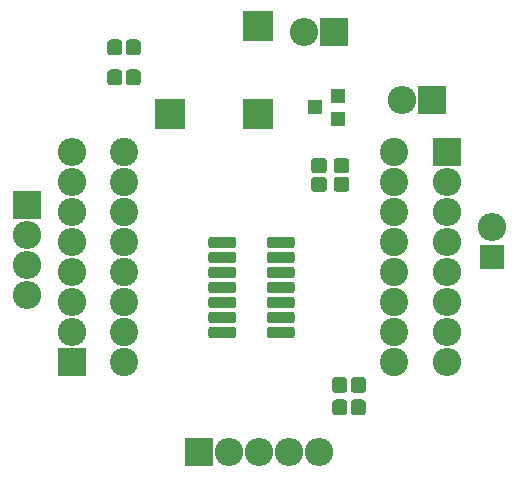
<source format=gbr>
G04 #@! TF.GenerationSoftware,KiCad,Pcbnew,(5.1.5)-3*
G04 #@! TF.CreationDate,2020-11-19T15:19:38-03:00*
G04 #@! TF.ProjectId,MainBoard_a,4d61696e-426f-4617-9264-5f612e6b6963,1*
G04 #@! TF.SameCoordinates,Original*
G04 #@! TF.FileFunction,Soldermask,Bot*
G04 #@! TF.FilePolarity,Negative*
%FSLAX46Y46*%
G04 Gerber Fmt 4.6, Leading zero omitted, Abs format (unit mm)*
G04 Created by KiCad (PCBNEW (5.1.5)-3) date 2020-11-19 15:19:38*
%MOMM*%
%LPD*%
G04 APERTURE LIST*
%ADD10R,2.595000X2.595000*%
%ADD11C,0.100000*%
%ADD12R,2.400000X2.400000*%
%ADD13O,2.400000X2.400000*%
%ADD14R,2.100000X2.100000*%
%ADD15R,1.300000X1.200000*%
%ADD16C,2.400000*%
G04 APERTURE END LIST*
D10*
X61705000Y-55135000D03*
X69105000Y-55135000D03*
X69105000Y-47735000D03*
D11*
G36*
X58922493Y-51396535D02*
G01*
X58953435Y-51401125D01*
X58983778Y-51408725D01*
X59013230Y-51419263D01*
X59041508Y-51432638D01*
X59068338Y-51448719D01*
X59093463Y-51467353D01*
X59116640Y-51488360D01*
X59137647Y-51511537D01*
X59156281Y-51536662D01*
X59172362Y-51563492D01*
X59185737Y-51591770D01*
X59196275Y-51621222D01*
X59203875Y-51651565D01*
X59208465Y-51682507D01*
X59210000Y-51713750D01*
X59210000Y-52426250D01*
X59208465Y-52457493D01*
X59203875Y-52488435D01*
X59196275Y-52518778D01*
X59185737Y-52548230D01*
X59172362Y-52576508D01*
X59156281Y-52603338D01*
X59137647Y-52628463D01*
X59116640Y-52651640D01*
X59093463Y-52672647D01*
X59068338Y-52691281D01*
X59041508Y-52707362D01*
X59013230Y-52720737D01*
X58983778Y-52731275D01*
X58953435Y-52738875D01*
X58922493Y-52743465D01*
X58891250Y-52745000D01*
X58253750Y-52745000D01*
X58222507Y-52743465D01*
X58191565Y-52738875D01*
X58161222Y-52731275D01*
X58131770Y-52720737D01*
X58103492Y-52707362D01*
X58076662Y-52691281D01*
X58051537Y-52672647D01*
X58028360Y-52651640D01*
X58007353Y-52628463D01*
X57988719Y-52603338D01*
X57972638Y-52576508D01*
X57959263Y-52548230D01*
X57948725Y-52518778D01*
X57941125Y-52488435D01*
X57936535Y-52457493D01*
X57935000Y-52426250D01*
X57935000Y-51713750D01*
X57936535Y-51682507D01*
X57941125Y-51651565D01*
X57948725Y-51621222D01*
X57959263Y-51591770D01*
X57972638Y-51563492D01*
X57988719Y-51536662D01*
X58007353Y-51511537D01*
X58028360Y-51488360D01*
X58051537Y-51467353D01*
X58076662Y-51448719D01*
X58103492Y-51432638D01*
X58131770Y-51419263D01*
X58161222Y-51408725D01*
X58191565Y-51401125D01*
X58222507Y-51396535D01*
X58253750Y-51395000D01*
X58891250Y-51395000D01*
X58922493Y-51396535D01*
G37*
G36*
X57347493Y-51396535D02*
G01*
X57378435Y-51401125D01*
X57408778Y-51408725D01*
X57438230Y-51419263D01*
X57466508Y-51432638D01*
X57493338Y-51448719D01*
X57518463Y-51467353D01*
X57541640Y-51488360D01*
X57562647Y-51511537D01*
X57581281Y-51536662D01*
X57597362Y-51563492D01*
X57610737Y-51591770D01*
X57621275Y-51621222D01*
X57628875Y-51651565D01*
X57633465Y-51682507D01*
X57635000Y-51713750D01*
X57635000Y-52426250D01*
X57633465Y-52457493D01*
X57628875Y-52488435D01*
X57621275Y-52518778D01*
X57610737Y-52548230D01*
X57597362Y-52576508D01*
X57581281Y-52603338D01*
X57562647Y-52628463D01*
X57541640Y-52651640D01*
X57518463Y-52672647D01*
X57493338Y-52691281D01*
X57466508Y-52707362D01*
X57438230Y-52720737D01*
X57408778Y-52731275D01*
X57378435Y-52738875D01*
X57347493Y-52743465D01*
X57316250Y-52745000D01*
X56678750Y-52745000D01*
X56647507Y-52743465D01*
X56616565Y-52738875D01*
X56586222Y-52731275D01*
X56556770Y-52720737D01*
X56528492Y-52707362D01*
X56501662Y-52691281D01*
X56476537Y-52672647D01*
X56453360Y-52651640D01*
X56432353Y-52628463D01*
X56413719Y-52603338D01*
X56397638Y-52576508D01*
X56384263Y-52548230D01*
X56373725Y-52518778D01*
X56366125Y-52488435D01*
X56361535Y-52457493D01*
X56360000Y-52426250D01*
X56360000Y-51713750D01*
X56361535Y-51682507D01*
X56366125Y-51651565D01*
X56373725Y-51621222D01*
X56384263Y-51591770D01*
X56397638Y-51563492D01*
X56413719Y-51536662D01*
X56432353Y-51511537D01*
X56453360Y-51488360D01*
X56476537Y-51467353D01*
X56501662Y-51448719D01*
X56528492Y-51432638D01*
X56556770Y-51419263D01*
X56586222Y-51408725D01*
X56616565Y-51401125D01*
X56647507Y-51396535D01*
X56678750Y-51395000D01*
X57316250Y-51395000D01*
X57347493Y-51396535D01*
G37*
D12*
X49530000Y-62865000D03*
D13*
X49530000Y-65405000D03*
X49530000Y-67945000D03*
X49530000Y-70485000D03*
X73025000Y-48260000D03*
D12*
X75565000Y-48260000D03*
D13*
X53340000Y-58420000D03*
X53340000Y-60960000D03*
X53340000Y-63500000D03*
X53340000Y-66040000D03*
X53340000Y-68580000D03*
X53340000Y-71120000D03*
X53340000Y-73660000D03*
D12*
X53340000Y-76200000D03*
D14*
X88900000Y-67310000D03*
D13*
X88900000Y-64770000D03*
D12*
X85090000Y-58420000D03*
D13*
X85090000Y-60960000D03*
X85090000Y-63500000D03*
X85090000Y-66040000D03*
X85090000Y-68580000D03*
X85090000Y-71120000D03*
X85090000Y-73660000D03*
X85090000Y-76200000D03*
D12*
X64135000Y-83820000D03*
D13*
X66675000Y-83820000D03*
X69215000Y-83820000D03*
X71755000Y-83820000D03*
X74295000Y-83820000D03*
D15*
X75930000Y-53660000D03*
X75930000Y-55560000D03*
X73930000Y-54610000D03*
D11*
G36*
X74682493Y-58901535D02*
G01*
X74713435Y-58906125D01*
X74743778Y-58913725D01*
X74773230Y-58924263D01*
X74801508Y-58937638D01*
X74828338Y-58953719D01*
X74853463Y-58972353D01*
X74876640Y-58993360D01*
X74897647Y-59016537D01*
X74916281Y-59041662D01*
X74932362Y-59068492D01*
X74945737Y-59096770D01*
X74956275Y-59126222D01*
X74963875Y-59156565D01*
X74968465Y-59187507D01*
X74970000Y-59218750D01*
X74970000Y-59856250D01*
X74968465Y-59887493D01*
X74963875Y-59918435D01*
X74956275Y-59948778D01*
X74945737Y-59978230D01*
X74932362Y-60006508D01*
X74916281Y-60033338D01*
X74897647Y-60058463D01*
X74876640Y-60081640D01*
X74853463Y-60102647D01*
X74828338Y-60121281D01*
X74801508Y-60137362D01*
X74773230Y-60150737D01*
X74743778Y-60161275D01*
X74713435Y-60168875D01*
X74682493Y-60173465D01*
X74651250Y-60175000D01*
X73938750Y-60175000D01*
X73907507Y-60173465D01*
X73876565Y-60168875D01*
X73846222Y-60161275D01*
X73816770Y-60150737D01*
X73788492Y-60137362D01*
X73761662Y-60121281D01*
X73736537Y-60102647D01*
X73713360Y-60081640D01*
X73692353Y-60058463D01*
X73673719Y-60033338D01*
X73657638Y-60006508D01*
X73644263Y-59978230D01*
X73633725Y-59948778D01*
X73626125Y-59918435D01*
X73621535Y-59887493D01*
X73620000Y-59856250D01*
X73620000Y-59218750D01*
X73621535Y-59187507D01*
X73626125Y-59156565D01*
X73633725Y-59126222D01*
X73644263Y-59096770D01*
X73657638Y-59068492D01*
X73673719Y-59041662D01*
X73692353Y-59016537D01*
X73713360Y-58993360D01*
X73736537Y-58972353D01*
X73761662Y-58953719D01*
X73788492Y-58937638D01*
X73816770Y-58924263D01*
X73846222Y-58913725D01*
X73876565Y-58906125D01*
X73907507Y-58901535D01*
X73938750Y-58900000D01*
X74651250Y-58900000D01*
X74682493Y-58901535D01*
G37*
G36*
X74682493Y-60476535D02*
G01*
X74713435Y-60481125D01*
X74743778Y-60488725D01*
X74773230Y-60499263D01*
X74801508Y-60512638D01*
X74828338Y-60528719D01*
X74853463Y-60547353D01*
X74876640Y-60568360D01*
X74897647Y-60591537D01*
X74916281Y-60616662D01*
X74932362Y-60643492D01*
X74945737Y-60671770D01*
X74956275Y-60701222D01*
X74963875Y-60731565D01*
X74968465Y-60762507D01*
X74970000Y-60793750D01*
X74970000Y-61431250D01*
X74968465Y-61462493D01*
X74963875Y-61493435D01*
X74956275Y-61523778D01*
X74945737Y-61553230D01*
X74932362Y-61581508D01*
X74916281Y-61608338D01*
X74897647Y-61633463D01*
X74876640Y-61656640D01*
X74853463Y-61677647D01*
X74828338Y-61696281D01*
X74801508Y-61712362D01*
X74773230Y-61725737D01*
X74743778Y-61736275D01*
X74713435Y-61743875D01*
X74682493Y-61748465D01*
X74651250Y-61750000D01*
X73938750Y-61750000D01*
X73907507Y-61748465D01*
X73876565Y-61743875D01*
X73846222Y-61736275D01*
X73816770Y-61725737D01*
X73788492Y-61712362D01*
X73761662Y-61696281D01*
X73736537Y-61677647D01*
X73713360Y-61656640D01*
X73692353Y-61633463D01*
X73673719Y-61608338D01*
X73657638Y-61581508D01*
X73644263Y-61553230D01*
X73633725Y-61523778D01*
X73626125Y-61493435D01*
X73621535Y-61462493D01*
X73620000Y-61431250D01*
X73620000Y-60793750D01*
X73621535Y-60762507D01*
X73626125Y-60731565D01*
X73633725Y-60701222D01*
X73644263Y-60671770D01*
X73657638Y-60643492D01*
X73673719Y-60616662D01*
X73692353Y-60591537D01*
X73713360Y-60568360D01*
X73736537Y-60547353D01*
X73761662Y-60528719D01*
X73788492Y-60512638D01*
X73816770Y-60499263D01*
X73846222Y-60488725D01*
X73876565Y-60481125D01*
X73907507Y-60476535D01*
X73938750Y-60475000D01*
X74651250Y-60475000D01*
X74682493Y-60476535D01*
G37*
G36*
X76587493Y-60476535D02*
G01*
X76618435Y-60481125D01*
X76648778Y-60488725D01*
X76678230Y-60499263D01*
X76706508Y-60512638D01*
X76733338Y-60528719D01*
X76758463Y-60547353D01*
X76781640Y-60568360D01*
X76802647Y-60591537D01*
X76821281Y-60616662D01*
X76837362Y-60643492D01*
X76850737Y-60671770D01*
X76861275Y-60701222D01*
X76868875Y-60731565D01*
X76873465Y-60762507D01*
X76875000Y-60793750D01*
X76875000Y-61431250D01*
X76873465Y-61462493D01*
X76868875Y-61493435D01*
X76861275Y-61523778D01*
X76850737Y-61553230D01*
X76837362Y-61581508D01*
X76821281Y-61608338D01*
X76802647Y-61633463D01*
X76781640Y-61656640D01*
X76758463Y-61677647D01*
X76733338Y-61696281D01*
X76706508Y-61712362D01*
X76678230Y-61725737D01*
X76648778Y-61736275D01*
X76618435Y-61743875D01*
X76587493Y-61748465D01*
X76556250Y-61750000D01*
X75843750Y-61750000D01*
X75812507Y-61748465D01*
X75781565Y-61743875D01*
X75751222Y-61736275D01*
X75721770Y-61725737D01*
X75693492Y-61712362D01*
X75666662Y-61696281D01*
X75641537Y-61677647D01*
X75618360Y-61656640D01*
X75597353Y-61633463D01*
X75578719Y-61608338D01*
X75562638Y-61581508D01*
X75549263Y-61553230D01*
X75538725Y-61523778D01*
X75531125Y-61493435D01*
X75526535Y-61462493D01*
X75525000Y-61431250D01*
X75525000Y-60793750D01*
X75526535Y-60762507D01*
X75531125Y-60731565D01*
X75538725Y-60701222D01*
X75549263Y-60671770D01*
X75562638Y-60643492D01*
X75578719Y-60616662D01*
X75597353Y-60591537D01*
X75618360Y-60568360D01*
X75641537Y-60547353D01*
X75666662Y-60528719D01*
X75693492Y-60512638D01*
X75721770Y-60499263D01*
X75751222Y-60488725D01*
X75781565Y-60481125D01*
X75812507Y-60476535D01*
X75843750Y-60475000D01*
X76556250Y-60475000D01*
X76587493Y-60476535D01*
G37*
G36*
X76587493Y-58901535D02*
G01*
X76618435Y-58906125D01*
X76648778Y-58913725D01*
X76678230Y-58924263D01*
X76706508Y-58937638D01*
X76733338Y-58953719D01*
X76758463Y-58972353D01*
X76781640Y-58993360D01*
X76802647Y-59016537D01*
X76821281Y-59041662D01*
X76837362Y-59068492D01*
X76850737Y-59096770D01*
X76861275Y-59126222D01*
X76868875Y-59156565D01*
X76873465Y-59187507D01*
X76875000Y-59218750D01*
X76875000Y-59856250D01*
X76873465Y-59887493D01*
X76868875Y-59918435D01*
X76861275Y-59948778D01*
X76850737Y-59978230D01*
X76837362Y-60006508D01*
X76821281Y-60033338D01*
X76802647Y-60058463D01*
X76781640Y-60081640D01*
X76758463Y-60102647D01*
X76733338Y-60121281D01*
X76706508Y-60137362D01*
X76678230Y-60150737D01*
X76648778Y-60161275D01*
X76618435Y-60168875D01*
X76587493Y-60173465D01*
X76556250Y-60175000D01*
X75843750Y-60175000D01*
X75812507Y-60173465D01*
X75781565Y-60168875D01*
X75751222Y-60161275D01*
X75721770Y-60150737D01*
X75693492Y-60137362D01*
X75666662Y-60121281D01*
X75641537Y-60102647D01*
X75618360Y-60081640D01*
X75597353Y-60058463D01*
X75578719Y-60033338D01*
X75562638Y-60006508D01*
X75549263Y-59978230D01*
X75538725Y-59948778D01*
X75531125Y-59918435D01*
X75526535Y-59887493D01*
X75525000Y-59856250D01*
X75525000Y-59218750D01*
X75526535Y-59187507D01*
X75531125Y-59156565D01*
X75538725Y-59126222D01*
X75549263Y-59096770D01*
X75562638Y-59068492D01*
X75578719Y-59041662D01*
X75597353Y-59016537D01*
X75618360Y-58993360D01*
X75641537Y-58972353D01*
X75666662Y-58953719D01*
X75693492Y-58937638D01*
X75721770Y-58924263D01*
X75751222Y-58913725D01*
X75781565Y-58906125D01*
X75812507Y-58901535D01*
X75843750Y-58900000D01*
X76556250Y-58900000D01*
X76587493Y-58901535D01*
G37*
G36*
X58922493Y-48856535D02*
G01*
X58953435Y-48861125D01*
X58983778Y-48868725D01*
X59013230Y-48879263D01*
X59041508Y-48892638D01*
X59068338Y-48908719D01*
X59093463Y-48927353D01*
X59116640Y-48948360D01*
X59137647Y-48971537D01*
X59156281Y-48996662D01*
X59172362Y-49023492D01*
X59185737Y-49051770D01*
X59196275Y-49081222D01*
X59203875Y-49111565D01*
X59208465Y-49142507D01*
X59210000Y-49173750D01*
X59210000Y-49886250D01*
X59208465Y-49917493D01*
X59203875Y-49948435D01*
X59196275Y-49978778D01*
X59185737Y-50008230D01*
X59172362Y-50036508D01*
X59156281Y-50063338D01*
X59137647Y-50088463D01*
X59116640Y-50111640D01*
X59093463Y-50132647D01*
X59068338Y-50151281D01*
X59041508Y-50167362D01*
X59013230Y-50180737D01*
X58983778Y-50191275D01*
X58953435Y-50198875D01*
X58922493Y-50203465D01*
X58891250Y-50205000D01*
X58253750Y-50205000D01*
X58222507Y-50203465D01*
X58191565Y-50198875D01*
X58161222Y-50191275D01*
X58131770Y-50180737D01*
X58103492Y-50167362D01*
X58076662Y-50151281D01*
X58051537Y-50132647D01*
X58028360Y-50111640D01*
X58007353Y-50088463D01*
X57988719Y-50063338D01*
X57972638Y-50036508D01*
X57959263Y-50008230D01*
X57948725Y-49978778D01*
X57941125Y-49948435D01*
X57936535Y-49917493D01*
X57935000Y-49886250D01*
X57935000Y-49173750D01*
X57936535Y-49142507D01*
X57941125Y-49111565D01*
X57948725Y-49081222D01*
X57959263Y-49051770D01*
X57972638Y-49023492D01*
X57988719Y-48996662D01*
X58007353Y-48971537D01*
X58028360Y-48948360D01*
X58051537Y-48927353D01*
X58076662Y-48908719D01*
X58103492Y-48892638D01*
X58131770Y-48879263D01*
X58161222Y-48868725D01*
X58191565Y-48861125D01*
X58222507Y-48856535D01*
X58253750Y-48855000D01*
X58891250Y-48855000D01*
X58922493Y-48856535D01*
G37*
G36*
X57347493Y-48856535D02*
G01*
X57378435Y-48861125D01*
X57408778Y-48868725D01*
X57438230Y-48879263D01*
X57466508Y-48892638D01*
X57493338Y-48908719D01*
X57518463Y-48927353D01*
X57541640Y-48948360D01*
X57562647Y-48971537D01*
X57581281Y-48996662D01*
X57597362Y-49023492D01*
X57610737Y-49051770D01*
X57621275Y-49081222D01*
X57628875Y-49111565D01*
X57633465Y-49142507D01*
X57635000Y-49173750D01*
X57635000Y-49886250D01*
X57633465Y-49917493D01*
X57628875Y-49948435D01*
X57621275Y-49978778D01*
X57610737Y-50008230D01*
X57597362Y-50036508D01*
X57581281Y-50063338D01*
X57562647Y-50088463D01*
X57541640Y-50111640D01*
X57518463Y-50132647D01*
X57493338Y-50151281D01*
X57466508Y-50167362D01*
X57438230Y-50180737D01*
X57408778Y-50191275D01*
X57378435Y-50198875D01*
X57347493Y-50203465D01*
X57316250Y-50205000D01*
X56678750Y-50205000D01*
X56647507Y-50203465D01*
X56616565Y-50198875D01*
X56586222Y-50191275D01*
X56556770Y-50180737D01*
X56528492Y-50167362D01*
X56501662Y-50151281D01*
X56476537Y-50132647D01*
X56453360Y-50111640D01*
X56432353Y-50088463D01*
X56413719Y-50063338D01*
X56397638Y-50036508D01*
X56384263Y-50008230D01*
X56373725Y-49978778D01*
X56366125Y-49948435D01*
X56361535Y-49917493D01*
X56360000Y-49886250D01*
X56360000Y-49173750D01*
X56361535Y-49142507D01*
X56366125Y-49111565D01*
X56373725Y-49081222D01*
X56384263Y-49051770D01*
X56397638Y-49023492D01*
X56413719Y-48996662D01*
X56432353Y-48971537D01*
X56453360Y-48948360D01*
X56476537Y-48927353D01*
X56501662Y-48908719D01*
X56528492Y-48892638D01*
X56556770Y-48879263D01*
X56586222Y-48868725D01*
X56616565Y-48861125D01*
X56647507Y-48856535D01*
X56678750Y-48855000D01*
X57316250Y-48855000D01*
X57347493Y-48856535D01*
G37*
G36*
X77972493Y-77431535D02*
G01*
X78003435Y-77436125D01*
X78033778Y-77443725D01*
X78063230Y-77454263D01*
X78091508Y-77467638D01*
X78118338Y-77483719D01*
X78143463Y-77502353D01*
X78166640Y-77523360D01*
X78187647Y-77546537D01*
X78206281Y-77571662D01*
X78222362Y-77598492D01*
X78235737Y-77626770D01*
X78246275Y-77656222D01*
X78253875Y-77686565D01*
X78258465Y-77717507D01*
X78260000Y-77748750D01*
X78260000Y-78461250D01*
X78258465Y-78492493D01*
X78253875Y-78523435D01*
X78246275Y-78553778D01*
X78235737Y-78583230D01*
X78222362Y-78611508D01*
X78206281Y-78638338D01*
X78187647Y-78663463D01*
X78166640Y-78686640D01*
X78143463Y-78707647D01*
X78118338Y-78726281D01*
X78091508Y-78742362D01*
X78063230Y-78755737D01*
X78033778Y-78766275D01*
X78003435Y-78773875D01*
X77972493Y-78778465D01*
X77941250Y-78780000D01*
X77303750Y-78780000D01*
X77272507Y-78778465D01*
X77241565Y-78773875D01*
X77211222Y-78766275D01*
X77181770Y-78755737D01*
X77153492Y-78742362D01*
X77126662Y-78726281D01*
X77101537Y-78707647D01*
X77078360Y-78686640D01*
X77057353Y-78663463D01*
X77038719Y-78638338D01*
X77022638Y-78611508D01*
X77009263Y-78583230D01*
X76998725Y-78553778D01*
X76991125Y-78523435D01*
X76986535Y-78492493D01*
X76985000Y-78461250D01*
X76985000Y-77748750D01*
X76986535Y-77717507D01*
X76991125Y-77686565D01*
X76998725Y-77656222D01*
X77009263Y-77626770D01*
X77022638Y-77598492D01*
X77038719Y-77571662D01*
X77057353Y-77546537D01*
X77078360Y-77523360D01*
X77101537Y-77502353D01*
X77126662Y-77483719D01*
X77153492Y-77467638D01*
X77181770Y-77454263D01*
X77211222Y-77443725D01*
X77241565Y-77436125D01*
X77272507Y-77431535D01*
X77303750Y-77430000D01*
X77941250Y-77430000D01*
X77972493Y-77431535D01*
G37*
G36*
X76397493Y-77431535D02*
G01*
X76428435Y-77436125D01*
X76458778Y-77443725D01*
X76488230Y-77454263D01*
X76516508Y-77467638D01*
X76543338Y-77483719D01*
X76568463Y-77502353D01*
X76591640Y-77523360D01*
X76612647Y-77546537D01*
X76631281Y-77571662D01*
X76647362Y-77598492D01*
X76660737Y-77626770D01*
X76671275Y-77656222D01*
X76678875Y-77686565D01*
X76683465Y-77717507D01*
X76685000Y-77748750D01*
X76685000Y-78461250D01*
X76683465Y-78492493D01*
X76678875Y-78523435D01*
X76671275Y-78553778D01*
X76660737Y-78583230D01*
X76647362Y-78611508D01*
X76631281Y-78638338D01*
X76612647Y-78663463D01*
X76591640Y-78686640D01*
X76568463Y-78707647D01*
X76543338Y-78726281D01*
X76516508Y-78742362D01*
X76488230Y-78755737D01*
X76458778Y-78766275D01*
X76428435Y-78773875D01*
X76397493Y-78778465D01*
X76366250Y-78780000D01*
X75728750Y-78780000D01*
X75697507Y-78778465D01*
X75666565Y-78773875D01*
X75636222Y-78766275D01*
X75606770Y-78755737D01*
X75578492Y-78742362D01*
X75551662Y-78726281D01*
X75526537Y-78707647D01*
X75503360Y-78686640D01*
X75482353Y-78663463D01*
X75463719Y-78638338D01*
X75447638Y-78611508D01*
X75434263Y-78583230D01*
X75423725Y-78553778D01*
X75416125Y-78523435D01*
X75411535Y-78492493D01*
X75410000Y-78461250D01*
X75410000Y-77748750D01*
X75411535Y-77717507D01*
X75416125Y-77686565D01*
X75423725Y-77656222D01*
X75434263Y-77626770D01*
X75447638Y-77598492D01*
X75463719Y-77571662D01*
X75482353Y-77546537D01*
X75503360Y-77523360D01*
X75526537Y-77502353D01*
X75551662Y-77483719D01*
X75578492Y-77467638D01*
X75606770Y-77454263D01*
X75636222Y-77443725D01*
X75666565Y-77436125D01*
X75697507Y-77431535D01*
X75728750Y-77430000D01*
X76366250Y-77430000D01*
X76397493Y-77431535D01*
G37*
G36*
X76397493Y-79336535D02*
G01*
X76428435Y-79341125D01*
X76458778Y-79348725D01*
X76488230Y-79359263D01*
X76516508Y-79372638D01*
X76543338Y-79388719D01*
X76568463Y-79407353D01*
X76591640Y-79428360D01*
X76612647Y-79451537D01*
X76631281Y-79476662D01*
X76647362Y-79503492D01*
X76660737Y-79531770D01*
X76671275Y-79561222D01*
X76678875Y-79591565D01*
X76683465Y-79622507D01*
X76685000Y-79653750D01*
X76685000Y-80366250D01*
X76683465Y-80397493D01*
X76678875Y-80428435D01*
X76671275Y-80458778D01*
X76660737Y-80488230D01*
X76647362Y-80516508D01*
X76631281Y-80543338D01*
X76612647Y-80568463D01*
X76591640Y-80591640D01*
X76568463Y-80612647D01*
X76543338Y-80631281D01*
X76516508Y-80647362D01*
X76488230Y-80660737D01*
X76458778Y-80671275D01*
X76428435Y-80678875D01*
X76397493Y-80683465D01*
X76366250Y-80685000D01*
X75728750Y-80685000D01*
X75697507Y-80683465D01*
X75666565Y-80678875D01*
X75636222Y-80671275D01*
X75606770Y-80660737D01*
X75578492Y-80647362D01*
X75551662Y-80631281D01*
X75526537Y-80612647D01*
X75503360Y-80591640D01*
X75482353Y-80568463D01*
X75463719Y-80543338D01*
X75447638Y-80516508D01*
X75434263Y-80488230D01*
X75423725Y-80458778D01*
X75416125Y-80428435D01*
X75411535Y-80397493D01*
X75410000Y-80366250D01*
X75410000Y-79653750D01*
X75411535Y-79622507D01*
X75416125Y-79591565D01*
X75423725Y-79561222D01*
X75434263Y-79531770D01*
X75447638Y-79503492D01*
X75463719Y-79476662D01*
X75482353Y-79451537D01*
X75503360Y-79428360D01*
X75526537Y-79407353D01*
X75551662Y-79388719D01*
X75578492Y-79372638D01*
X75606770Y-79359263D01*
X75636222Y-79348725D01*
X75666565Y-79341125D01*
X75697507Y-79336535D01*
X75728750Y-79335000D01*
X76366250Y-79335000D01*
X76397493Y-79336535D01*
G37*
G36*
X77972493Y-79336535D02*
G01*
X78003435Y-79341125D01*
X78033778Y-79348725D01*
X78063230Y-79359263D01*
X78091508Y-79372638D01*
X78118338Y-79388719D01*
X78143463Y-79407353D01*
X78166640Y-79428360D01*
X78187647Y-79451537D01*
X78206281Y-79476662D01*
X78222362Y-79503492D01*
X78235737Y-79531770D01*
X78246275Y-79561222D01*
X78253875Y-79591565D01*
X78258465Y-79622507D01*
X78260000Y-79653750D01*
X78260000Y-80366250D01*
X78258465Y-80397493D01*
X78253875Y-80428435D01*
X78246275Y-80458778D01*
X78235737Y-80488230D01*
X78222362Y-80516508D01*
X78206281Y-80543338D01*
X78187647Y-80568463D01*
X78166640Y-80591640D01*
X78143463Y-80612647D01*
X78118338Y-80631281D01*
X78091508Y-80647362D01*
X78063230Y-80660737D01*
X78033778Y-80671275D01*
X78003435Y-80678875D01*
X77972493Y-80683465D01*
X77941250Y-80685000D01*
X77303750Y-80685000D01*
X77272507Y-80683465D01*
X77241565Y-80678875D01*
X77211222Y-80671275D01*
X77181770Y-80660737D01*
X77153492Y-80647362D01*
X77126662Y-80631281D01*
X77101537Y-80612647D01*
X77078360Y-80591640D01*
X77057353Y-80568463D01*
X77038719Y-80543338D01*
X77022638Y-80516508D01*
X77009263Y-80488230D01*
X76998725Y-80458778D01*
X76991125Y-80428435D01*
X76986535Y-80397493D01*
X76985000Y-80366250D01*
X76985000Y-79653750D01*
X76986535Y-79622507D01*
X76991125Y-79591565D01*
X76998725Y-79561222D01*
X77009263Y-79531770D01*
X77022638Y-79503492D01*
X77038719Y-79476662D01*
X77057353Y-79451537D01*
X77078360Y-79428360D01*
X77101537Y-79407353D01*
X77126662Y-79388719D01*
X77153492Y-79372638D01*
X77181770Y-79359263D01*
X77211222Y-79348725D01*
X77241565Y-79341125D01*
X77272507Y-79336535D01*
X77303750Y-79335000D01*
X77941250Y-79335000D01*
X77972493Y-79336535D01*
G37*
D16*
X80645000Y-58420000D03*
X57785000Y-58420000D03*
X80645000Y-60960000D03*
X57785000Y-60960000D03*
X80645000Y-63500000D03*
X57785000Y-63500000D03*
X80645000Y-66040000D03*
X57785000Y-66040000D03*
X80645000Y-68580000D03*
X57785000Y-68580000D03*
X80645000Y-71120000D03*
X57785000Y-71120000D03*
X80645000Y-73660000D03*
X57785000Y-73660000D03*
X80645000Y-76200000D03*
X57785000Y-76200000D03*
D11*
G36*
X72004504Y-65541204D02*
G01*
X72028773Y-65544804D01*
X72052571Y-65550765D01*
X72075671Y-65559030D01*
X72097849Y-65569520D01*
X72118893Y-65582133D01*
X72138598Y-65596747D01*
X72156777Y-65613223D01*
X72173253Y-65631402D01*
X72187867Y-65651107D01*
X72200480Y-65672151D01*
X72210970Y-65694329D01*
X72219235Y-65717429D01*
X72225196Y-65741227D01*
X72228796Y-65765496D01*
X72230000Y-65790000D01*
X72230000Y-66290000D01*
X72228796Y-66314504D01*
X72225196Y-66338773D01*
X72219235Y-66362571D01*
X72210970Y-66385671D01*
X72200480Y-66407849D01*
X72187867Y-66428893D01*
X72173253Y-66448598D01*
X72156777Y-66466777D01*
X72138598Y-66483253D01*
X72118893Y-66497867D01*
X72097849Y-66510480D01*
X72075671Y-66520970D01*
X72052571Y-66529235D01*
X72028773Y-66535196D01*
X72004504Y-66538796D01*
X71980000Y-66540000D01*
X70130000Y-66540000D01*
X70105496Y-66538796D01*
X70081227Y-66535196D01*
X70057429Y-66529235D01*
X70034329Y-66520970D01*
X70012151Y-66510480D01*
X69991107Y-66497867D01*
X69971402Y-66483253D01*
X69953223Y-66466777D01*
X69936747Y-66448598D01*
X69922133Y-66428893D01*
X69909520Y-66407849D01*
X69899030Y-66385671D01*
X69890765Y-66362571D01*
X69884804Y-66338773D01*
X69881204Y-66314504D01*
X69880000Y-66290000D01*
X69880000Y-65790000D01*
X69881204Y-65765496D01*
X69884804Y-65741227D01*
X69890765Y-65717429D01*
X69899030Y-65694329D01*
X69909520Y-65672151D01*
X69922133Y-65651107D01*
X69936747Y-65631402D01*
X69953223Y-65613223D01*
X69971402Y-65596747D01*
X69991107Y-65582133D01*
X70012151Y-65569520D01*
X70034329Y-65559030D01*
X70057429Y-65550765D01*
X70081227Y-65544804D01*
X70105496Y-65541204D01*
X70130000Y-65540000D01*
X71980000Y-65540000D01*
X72004504Y-65541204D01*
G37*
G36*
X72004504Y-66811204D02*
G01*
X72028773Y-66814804D01*
X72052571Y-66820765D01*
X72075671Y-66829030D01*
X72097849Y-66839520D01*
X72118893Y-66852133D01*
X72138598Y-66866747D01*
X72156777Y-66883223D01*
X72173253Y-66901402D01*
X72187867Y-66921107D01*
X72200480Y-66942151D01*
X72210970Y-66964329D01*
X72219235Y-66987429D01*
X72225196Y-67011227D01*
X72228796Y-67035496D01*
X72230000Y-67060000D01*
X72230000Y-67560000D01*
X72228796Y-67584504D01*
X72225196Y-67608773D01*
X72219235Y-67632571D01*
X72210970Y-67655671D01*
X72200480Y-67677849D01*
X72187867Y-67698893D01*
X72173253Y-67718598D01*
X72156777Y-67736777D01*
X72138598Y-67753253D01*
X72118893Y-67767867D01*
X72097849Y-67780480D01*
X72075671Y-67790970D01*
X72052571Y-67799235D01*
X72028773Y-67805196D01*
X72004504Y-67808796D01*
X71980000Y-67810000D01*
X70130000Y-67810000D01*
X70105496Y-67808796D01*
X70081227Y-67805196D01*
X70057429Y-67799235D01*
X70034329Y-67790970D01*
X70012151Y-67780480D01*
X69991107Y-67767867D01*
X69971402Y-67753253D01*
X69953223Y-67736777D01*
X69936747Y-67718598D01*
X69922133Y-67698893D01*
X69909520Y-67677849D01*
X69899030Y-67655671D01*
X69890765Y-67632571D01*
X69884804Y-67608773D01*
X69881204Y-67584504D01*
X69880000Y-67560000D01*
X69880000Y-67060000D01*
X69881204Y-67035496D01*
X69884804Y-67011227D01*
X69890765Y-66987429D01*
X69899030Y-66964329D01*
X69909520Y-66942151D01*
X69922133Y-66921107D01*
X69936747Y-66901402D01*
X69953223Y-66883223D01*
X69971402Y-66866747D01*
X69991107Y-66852133D01*
X70012151Y-66839520D01*
X70034329Y-66829030D01*
X70057429Y-66820765D01*
X70081227Y-66814804D01*
X70105496Y-66811204D01*
X70130000Y-66810000D01*
X71980000Y-66810000D01*
X72004504Y-66811204D01*
G37*
G36*
X72004504Y-68081204D02*
G01*
X72028773Y-68084804D01*
X72052571Y-68090765D01*
X72075671Y-68099030D01*
X72097849Y-68109520D01*
X72118893Y-68122133D01*
X72138598Y-68136747D01*
X72156777Y-68153223D01*
X72173253Y-68171402D01*
X72187867Y-68191107D01*
X72200480Y-68212151D01*
X72210970Y-68234329D01*
X72219235Y-68257429D01*
X72225196Y-68281227D01*
X72228796Y-68305496D01*
X72230000Y-68330000D01*
X72230000Y-68830000D01*
X72228796Y-68854504D01*
X72225196Y-68878773D01*
X72219235Y-68902571D01*
X72210970Y-68925671D01*
X72200480Y-68947849D01*
X72187867Y-68968893D01*
X72173253Y-68988598D01*
X72156777Y-69006777D01*
X72138598Y-69023253D01*
X72118893Y-69037867D01*
X72097849Y-69050480D01*
X72075671Y-69060970D01*
X72052571Y-69069235D01*
X72028773Y-69075196D01*
X72004504Y-69078796D01*
X71980000Y-69080000D01*
X70130000Y-69080000D01*
X70105496Y-69078796D01*
X70081227Y-69075196D01*
X70057429Y-69069235D01*
X70034329Y-69060970D01*
X70012151Y-69050480D01*
X69991107Y-69037867D01*
X69971402Y-69023253D01*
X69953223Y-69006777D01*
X69936747Y-68988598D01*
X69922133Y-68968893D01*
X69909520Y-68947849D01*
X69899030Y-68925671D01*
X69890765Y-68902571D01*
X69884804Y-68878773D01*
X69881204Y-68854504D01*
X69880000Y-68830000D01*
X69880000Y-68330000D01*
X69881204Y-68305496D01*
X69884804Y-68281227D01*
X69890765Y-68257429D01*
X69899030Y-68234329D01*
X69909520Y-68212151D01*
X69922133Y-68191107D01*
X69936747Y-68171402D01*
X69953223Y-68153223D01*
X69971402Y-68136747D01*
X69991107Y-68122133D01*
X70012151Y-68109520D01*
X70034329Y-68099030D01*
X70057429Y-68090765D01*
X70081227Y-68084804D01*
X70105496Y-68081204D01*
X70130000Y-68080000D01*
X71980000Y-68080000D01*
X72004504Y-68081204D01*
G37*
G36*
X72004504Y-69351204D02*
G01*
X72028773Y-69354804D01*
X72052571Y-69360765D01*
X72075671Y-69369030D01*
X72097849Y-69379520D01*
X72118893Y-69392133D01*
X72138598Y-69406747D01*
X72156777Y-69423223D01*
X72173253Y-69441402D01*
X72187867Y-69461107D01*
X72200480Y-69482151D01*
X72210970Y-69504329D01*
X72219235Y-69527429D01*
X72225196Y-69551227D01*
X72228796Y-69575496D01*
X72230000Y-69600000D01*
X72230000Y-70100000D01*
X72228796Y-70124504D01*
X72225196Y-70148773D01*
X72219235Y-70172571D01*
X72210970Y-70195671D01*
X72200480Y-70217849D01*
X72187867Y-70238893D01*
X72173253Y-70258598D01*
X72156777Y-70276777D01*
X72138598Y-70293253D01*
X72118893Y-70307867D01*
X72097849Y-70320480D01*
X72075671Y-70330970D01*
X72052571Y-70339235D01*
X72028773Y-70345196D01*
X72004504Y-70348796D01*
X71980000Y-70350000D01*
X70130000Y-70350000D01*
X70105496Y-70348796D01*
X70081227Y-70345196D01*
X70057429Y-70339235D01*
X70034329Y-70330970D01*
X70012151Y-70320480D01*
X69991107Y-70307867D01*
X69971402Y-70293253D01*
X69953223Y-70276777D01*
X69936747Y-70258598D01*
X69922133Y-70238893D01*
X69909520Y-70217849D01*
X69899030Y-70195671D01*
X69890765Y-70172571D01*
X69884804Y-70148773D01*
X69881204Y-70124504D01*
X69880000Y-70100000D01*
X69880000Y-69600000D01*
X69881204Y-69575496D01*
X69884804Y-69551227D01*
X69890765Y-69527429D01*
X69899030Y-69504329D01*
X69909520Y-69482151D01*
X69922133Y-69461107D01*
X69936747Y-69441402D01*
X69953223Y-69423223D01*
X69971402Y-69406747D01*
X69991107Y-69392133D01*
X70012151Y-69379520D01*
X70034329Y-69369030D01*
X70057429Y-69360765D01*
X70081227Y-69354804D01*
X70105496Y-69351204D01*
X70130000Y-69350000D01*
X71980000Y-69350000D01*
X72004504Y-69351204D01*
G37*
G36*
X72004504Y-70621204D02*
G01*
X72028773Y-70624804D01*
X72052571Y-70630765D01*
X72075671Y-70639030D01*
X72097849Y-70649520D01*
X72118893Y-70662133D01*
X72138598Y-70676747D01*
X72156777Y-70693223D01*
X72173253Y-70711402D01*
X72187867Y-70731107D01*
X72200480Y-70752151D01*
X72210970Y-70774329D01*
X72219235Y-70797429D01*
X72225196Y-70821227D01*
X72228796Y-70845496D01*
X72230000Y-70870000D01*
X72230000Y-71370000D01*
X72228796Y-71394504D01*
X72225196Y-71418773D01*
X72219235Y-71442571D01*
X72210970Y-71465671D01*
X72200480Y-71487849D01*
X72187867Y-71508893D01*
X72173253Y-71528598D01*
X72156777Y-71546777D01*
X72138598Y-71563253D01*
X72118893Y-71577867D01*
X72097849Y-71590480D01*
X72075671Y-71600970D01*
X72052571Y-71609235D01*
X72028773Y-71615196D01*
X72004504Y-71618796D01*
X71980000Y-71620000D01*
X70130000Y-71620000D01*
X70105496Y-71618796D01*
X70081227Y-71615196D01*
X70057429Y-71609235D01*
X70034329Y-71600970D01*
X70012151Y-71590480D01*
X69991107Y-71577867D01*
X69971402Y-71563253D01*
X69953223Y-71546777D01*
X69936747Y-71528598D01*
X69922133Y-71508893D01*
X69909520Y-71487849D01*
X69899030Y-71465671D01*
X69890765Y-71442571D01*
X69884804Y-71418773D01*
X69881204Y-71394504D01*
X69880000Y-71370000D01*
X69880000Y-70870000D01*
X69881204Y-70845496D01*
X69884804Y-70821227D01*
X69890765Y-70797429D01*
X69899030Y-70774329D01*
X69909520Y-70752151D01*
X69922133Y-70731107D01*
X69936747Y-70711402D01*
X69953223Y-70693223D01*
X69971402Y-70676747D01*
X69991107Y-70662133D01*
X70012151Y-70649520D01*
X70034329Y-70639030D01*
X70057429Y-70630765D01*
X70081227Y-70624804D01*
X70105496Y-70621204D01*
X70130000Y-70620000D01*
X71980000Y-70620000D01*
X72004504Y-70621204D01*
G37*
G36*
X72004504Y-71891204D02*
G01*
X72028773Y-71894804D01*
X72052571Y-71900765D01*
X72075671Y-71909030D01*
X72097849Y-71919520D01*
X72118893Y-71932133D01*
X72138598Y-71946747D01*
X72156777Y-71963223D01*
X72173253Y-71981402D01*
X72187867Y-72001107D01*
X72200480Y-72022151D01*
X72210970Y-72044329D01*
X72219235Y-72067429D01*
X72225196Y-72091227D01*
X72228796Y-72115496D01*
X72230000Y-72140000D01*
X72230000Y-72640000D01*
X72228796Y-72664504D01*
X72225196Y-72688773D01*
X72219235Y-72712571D01*
X72210970Y-72735671D01*
X72200480Y-72757849D01*
X72187867Y-72778893D01*
X72173253Y-72798598D01*
X72156777Y-72816777D01*
X72138598Y-72833253D01*
X72118893Y-72847867D01*
X72097849Y-72860480D01*
X72075671Y-72870970D01*
X72052571Y-72879235D01*
X72028773Y-72885196D01*
X72004504Y-72888796D01*
X71980000Y-72890000D01*
X70130000Y-72890000D01*
X70105496Y-72888796D01*
X70081227Y-72885196D01*
X70057429Y-72879235D01*
X70034329Y-72870970D01*
X70012151Y-72860480D01*
X69991107Y-72847867D01*
X69971402Y-72833253D01*
X69953223Y-72816777D01*
X69936747Y-72798598D01*
X69922133Y-72778893D01*
X69909520Y-72757849D01*
X69899030Y-72735671D01*
X69890765Y-72712571D01*
X69884804Y-72688773D01*
X69881204Y-72664504D01*
X69880000Y-72640000D01*
X69880000Y-72140000D01*
X69881204Y-72115496D01*
X69884804Y-72091227D01*
X69890765Y-72067429D01*
X69899030Y-72044329D01*
X69909520Y-72022151D01*
X69922133Y-72001107D01*
X69936747Y-71981402D01*
X69953223Y-71963223D01*
X69971402Y-71946747D01*
X69991107Y-71932133D01*
X70012151Y-71919520D01*
X70034329Y-71909030D01*
X70057429Y-71900765D01*
X70081227Y-71894804D01*
X70105496Y-71891204D01*
X70130000Y-71890000D01*
X71980000Y-71890000D01*
X72004504Y-71891204D01*
G37*
G36*
X72004504Y-73161204D02*
G01*
X72028773Y-73164804D01*
X72052571Y-73170765D01*
X72075671Y-73179030D01*
X72097849Y-73189520D01*
X72118893Y-73202133D01*
X72138598Y-73216747D01*
X72156777Y-73233223D01*
X72173253Y-73251402D01*
X72187867Y-73271107D01*
X72200480Y-73292151D01*
X72210970Y-73314329D01*
X72219235Y-73337429D01*
X72225196Y-73361227D01*
X72228796Y-73385496D01*
X72230000Y-73410000D01*
X72230000Y-73910000D01*
X72228796Y-73934504D01*
X72225196Y-73958773D01*
X72219235Y-73982571D01*
X72210970Y-74005671D01*
X72200480Y-74027849D01*
X72187867Y-74048893D01*
X72173253Y-74068598D01*
X72156777Y-74086777D01*
X72138598Y-74103253D01*
X72118893Y-74117867D01*
X72097849Y-74130480D01*
X72075671Y-74140970D01*
X72052571Y-74149235D01*
X72028773Y-74155196D01*
X72004504Y-74158796D01*
X71980000Y-74160000D01*
X70130000Y-74160000D01*
X70105496Y-74158796D01*
X70081227Y-74155196D01*
X70057429Y-74149235D01*
X70034329Y-74140970D01*
X70012151Y-74130480D01*
X69991107Y-74117867D01*
X69971402Y-74103253D01*
X69953223Y-74086777D01*
X69936747Y-74068598D01*
X69922133Y-74048893D01*
X69909520Y-74027849D01*
X69899030Y-74005671D01*
X69890765Y-73982571D01*
X69884804Y-73958773D01*
X69881204Y-73934504D01*
X69880000Y-73910000D01*
X69880000Y-73410000D01*
X69881204Y-73385496D01*
X69884804Y-73361227D01*
X69890765Y-73337429D01*
X69899030Y-73314329D01*
X69909520Y-73292151D01*
X69922133Y-73271107D01*
X69936747Y-73251402D01*
X69953223Y-73233223D01*
X69971402Y-73216747D01*
X69991107Y-73202133D01*
X70012151Y-73189520D01*
X70034329Y-73179030D01*
X70057429Y-73170765D01*
X70081227Y-73164804D01*
X70105496Y-73161204D01*
X70130000Y-73160000D01*
X71980000Y-73160000D01*
X72004504Y-73161204D01*
G37*
G36*
X67054504Y-73161204D02*
G01*
X67078773Y-73164804D01*
X67102571Y-73170765D01*
X67125671Y-73179030D01*
X67147849Y-73189520D01*
X67168893Y-73202133D01*
X67188598Y-73216747D01*
X67206777Y-73233223D01*
X67223253Y-73251402D01*
X67237867Y-73271107D01*
X67250480Y-73292151D01*
X67260970Y-73314329D01*
X67269235Y-73337429D01*
X67275196Y-73361227D01*
X67278796Y-73385496D01*
X67280000Y-73410000D01*
X67280000Y-73910000D01*
X67278796Y-73934504D01*
X67275196Y-73958773D01*
X67269235Y-73982571D01*
X67260970Y-74005671D01*
X67250480Y-74027849D01*
X67237867Y-74048893D01*
X67223253Y-74068598D01*
X67206777Y-74086777D01*
X67188598Y-74103253D01*
X67168893Y-74117867D01*
X67147849Y-74130480D01*
X67125671Y-74140970D01*
X67102571Y-74149235D01*
X67078773Y-74155196D01*
X67054504Y-74158796D01*
X67030000Y-74160000D01*
X65180000Y-74160000D01*
X65155496Y-74158796D01*
X65131227Y-74155196D01*
X65107429Y-74149235D01*
X65084329Y-74140970D01*
X65062151Y-74130480D01*
X65041107Y-74117867D01*
X65021402Y-74103253D01*
X65003223Y-74086777D01*
X64986747Y-74068598D01*
X64972133Y-74048893D01*
X64959520Y-74027849D01*
X64949030Y-74005671D01*
X64940765Y-73982571D01*
X64934804Y-73958773D01*
X64931204Y-73934504D01*
X64930000Y-73910000D01*
X64930000Y-73410000D01*
X64931204Y-73385496D01*
X64934804Y-73361227D01*
X64940765Y-73337429D01*
X64949030Y-73314329D01*
X64959520Y-73292151D01*
X64972133Y-73271107D01*
X64986747Y-73251402D01*
X65003223Y-73233223D01*
X65021402Y-73216747D01*
X65041107Y-73202133D01*
X65062151Y-73189520D01*
X65084329Y-73179030D01*
X65107429Y-73170765D01*
X65131227Y-73164804D01*
X65155496Y-73161204D01*
X65180000Y-73160000D01*
X67030000Y-73160000D01*
X67054504Y-73161204D01*
G37*
G36*
X67054504Y-71891204D02*
G01*
X67078773Y-71894804D01*
X67102571Y-71900765D01*
X67125671Y-71909030D01*
X67147849Y-71919520D01*
X67168893Y-71932133D01*
X67188598Y-71946747D01*
X67206777Y-71963223D01*
X67223253Y-71981402D01*
X67237867Y-72001107D01*
X67250480Y-72022151D01*
X67260970Y-72044329D01*
X67269235Y-72067429D01*
X67275196Y-72091227D01*
X67278796Y-72115496D01*
X67280000Y-72140000D01*
X67280000Y-72640000D01*
X67278796Y-72664504D01*
X67275196Y-72688773D01*
X67269235Y-72712571D01*
X67260970Y-72735671D01*
X67250480Y-72757849D01*
X67237867Y-72778893D01*
X67223253Y-72798598D01*
X67206777Y-72816777D01*
X67188598Y-72833253D01*
X67168893Y-72847867D01*
X67147849Y-72860480D01*
X67125671Y-72870970D01*
X67102571Y-72879235D01*
X67078773Y-72885196D01*
X67054504Y-72888796D01*
X67030000Y-72890000D01*
X65180000Y-72890000D01*
X65155496Y-72888796D01*
X65131227Y-72885196D01*
X65107429Y-72879235D01*
X65084329Y-72870970D01*
X65062151Y-72860480D01*
X65041107Y-72847867D01*
X65021402Y-72833253D01*
X65003223Y-72816777D01*
X64986747Y-72798598D01*
X64972133Y-72778893D01*
X64959520Y-72757849D01*
X64949030Y-72735671D01*
X64940765Y-72712571D01*
X64934804Y-72688773D01*
X64931204Y-72664504D01*
X64930000Y-72640000D01*
X64930000Y-72140000D01*
X64931204Y-72115496D01*
X64934804Y-72091227D01*
X64940765Y-72067429D01*
X64949030Y-72044329D01*
X64959520Y-72022151D01*
X64972133Y-72001107D01*
X64986747Y-71981402D01*
X65003223Y-71963223D01*
X65021402Y-71946747D01*
X65041107Y-71932133D01*
X65062151Y-71919520D01*
X65084329Y-71909030D01*
X65107429Y-71900765D01*
X65131227Y-71894804D01*
X65155496Y-71891204D01*
X65180000Y-71890000D01*
X67030000Y-71890000D01*
X67054504Y-71891204D01*
G37*
G36*
X67054504Y-70621204D02*
G01*
X67078773Y-70624804D01*
X67102571Y-70630765D01*
X67125671Y-70639030D01*
X67147849Y-70649520D01*
X67168893Y-70662133D01*
X67188598Y-70676747D01*
X67206777Y-70693223D01*
X67223253Y-70711402D01*
X67237867Y-70731107D01*
X67250480Y-70752151D01*
X67260970Y-70774329D01*
X67269235Y-70797429D01*
X67275196Y-70821227D01*
X67278796Y-70845496D01*
X67280000Y-70870000D01*
X67280000Y-71370000D01*
X67278796Y-71394504D01*
X67275196Y-71418773D01*
X67269235Y-71442571D01*
X67260970Y-71465671D01*
X67250480Y-71487849D01*
X67237867Y-71508893D01*
X67223253Y-71528598D01*
X67206777Y-71546777D01*
X67188598Y-71563253D01*
X67168893Y-71577867D01*
X67147849Y-71590480D01*
X67125671Y-71600970D01*
X67102571Y-71609235D01*
X67078773Y-71615196D01*
X67054504Y-71618796D01*
X67030000Y-71620000D01*
X65180000Y-71620000D01*
X65155496Y-71618796D01*
X65131227Y-71615196D01*
X65107429Y-71609235D01*
X65084329Y-71600970D01*
X65062151Y-71590480D01*
X65041107Y-71577867D01*
X65021402Y-71563253D01*
X65003223Y-71546777D01*
X64986747Y-71528598D01*
X64972133Y-71508893D01*
X64959520Y-71487849D01*
X64949030Y-71465671D01*
X64940765Y-71442571D01*
X64934804Y-71418773D01*
X64931204Y-71394504D01*
X64930000Y-71370000D01*
X64930000Y-70870000D01*
X64931204Y-70845496D01*
X64934804Y-70821227D01*
X64940765Y-70797429D01*
X64949030Y-70774329D01*
X64959520Y-70752151D01*
X64972133Y-70731107D01*
X64986747Y-70711402D01*
X65003223Y-70693223D01*
X65021402Y-70676747D01*
X65041107Y-70662133D01*
X65062151Y-70649520D01*
X65084329Y-70639030D01*
X65107429Y-70630765D01*
X65131227Y-70624804D01*
X65155496Y-70621204D01*
X65180000Y-70620000D01*
X67030000Y-70620000D01*
X67054504Y-70621204D01*
G37*
G36*
X67054504Y-69351204D02*
G01*
X67078773Y-69354804D01*
X67102571Y-69360765D01*
X67125671Y-69369030D01*
X67147849Y-69379520D01*
X67168893Y-69392133D01*
X67188598Y-69406747D01*
X67206777Y-69423223D01*
X67223253Y-69441402D01*
X67237867Y-69461107D01*
X67250480Y-69482151D01*
X67260970Y-69504329D01*
X67269235Y-69527429D01*
X67275196Y-69551227D01*
X67278796Y-69575496D01*
X67280000Y-69600000D01*
X67280000Y-70100000D01*
X67278796Y-70124504D01*
X67275196Y-70148773D01*
X67269235Y-70172571D01*
X67260970Y-70195671D01*
X67250480Y-70217849D01*
X67237867Y-70238893D01*
X67223253Y-70258598D01*
X67206777Y-70276777D01*
X67188598Y-70293253D01*
X67168893Y-70307867D01*
X67147849Y-70320480D01*
X67125671Y-70330970D01*
X67102571Y-70339235D01*
X67078773Y-70345196D01*
X67054504Y-70348796D01*
X67030000Y-70350000D01*
X65180000Y-70350000D01*
X65155496Y-70348796D01*
X65131227Y-70345196D01*
X65107429Y-70339235D01*
X65084329Y-70330970D01*
X65062151Y-70320480D01*
X65041107Y-70307867D01*
X65021402Y-70293253D01*
X65003223Y-70276777D01*
X64986747Y-70258598D01*
X64972133Y-70238893D01*
X64959520Y-70217849D01*
X64949030Y-70195671D01*
X64940765Y-70172571D01*
X64934804Y-70148773D01*
X64931204Y-70124504D01*
X64930000Y-70100000D01*
X64930000Y-69600000D01*
X64931204Y-69575496D01*
X64934804Y-69551227D01*
X64940765Y-69527429D01*
X64949030Y-69504329D01*
X64959520Y-69482151D01*
X64972133Y-69461107D01*
X64986747Y-69441402D01*
X65003223Y-69423223D01*
X65021402Y-69406747D01*
X65041107Y-69392133D01*
X65062151Y-69379520D01*
X65084329Y-69369030D01*
X65107429Y-69360765D01*
X65131227Y-69354804D01*
X65155496Y-69351204D01*
X65180000Y-69350000D01*
X67030000Y-69350000D01*
X67054504Y-69351204D01*
G37*
G36*
X67054504Y-68081204D02*
G01*
X67078773Y-68084804D01*
X67102571Y-68090765D01*
X67125671Y-68099030D01*
X67147849Y-68109520D01*
X67168893Y-68122133D01*
X67188598Y-68136747D01*
X67206777Y-68153223D01*
X67223253Y-68171402D01*
X67237867Y-68191107D01*
X67250480Y-68212151D01*
X67260970Y-68234329D01*
X67269235Y-68257429D01*
X67275196Y-68281227D01*
X67278796Y-68305496D01*
X67280000Y-68330000D01*
X67280000Y-68830000D01*
X67278796Y-68854504D01*
X67275196Y-68878773D01*
X67269235Y-68902571D01*
X67260970Y-68925671D01*
X67250480Y-68947849D01*
X67237867Y-68968893D01*
X67223253Y-68988598D01*
X67206777Y-69006777D01*
X67188598Y-69023253D01*
X67168893Y-69037867D01*
X67147849Y-69050480D01*
X67125671Y-69060970D01*
X67102571Y-69069235D01*
X67078773Y-69075196D01*
X67054504Y-69078796D01*
X67030000Y-69080000D01*
X65180000Y-69080000D01*
X65155496Y-69078796D01*
X65131227Y-69075196D01*
X65107429Y-69069235D01*
X65084329Y-69060970D01*
X65062151Y-69050480D01*
X65041107Y-69037867D01*
X65021402Y-69023253D01*
X65003223Y-69006777D01*
X64986747Y-68988598D01*
X64972133Y-68968893D01*
X64959520Y-68947849D01*
X64949030Y-68925671D01*
X64940765Y-68902571D01*
X64934804Y-68878773D01*
X64931204Y-68854504D01*
X64930000Y-68830000D01*
X64930000Y-68330000D01*
X64931204Y-68305496D01*
X64934804Y-68281227D01*
X64940765Y-68257429D01*
X64949030Y-68234329D01*
X64959520Y-68212151D01*
X64972133Y-68191107D01*
X64986747Y-68171402D01*
X65003223Y-68153223D01*
X65021402Y-68136747D01*
X65041107Y-68122133D01*
X65062151Y-68109520D01*
X65084329Y-68099030D01*
X65107429Y-68090765D01*
X65131227Y-68084804D01*
X65155496Y-68081204D01*
X65180000Y-68080000D01*
X67030000Y-68080000D01*
X67054504Y-68081204D01*
G37*
G36*
X67054504Y-66811204D02*
G01*
X67078773Y-66814804D01*
X67102571Y-66820765D01*
X67125671Y-66829030D01*
X67147849Y-66839520D01*
X67168893Y-66852133D01*
X67188598Y-66866747D01*
X67206777Y-66883223D01*
X67223253Y-66901402D01*
X67237867Y-66921107D01*
X67250480Y-66942151D01*
X67260970Y-66964329D01*
X67269235Y-66987429D01*
X67275196Y-67011227D01*
X67278796Y-67035496D01*
X67280000Y-67060000D01*
X67280000Y-67560000D01*
X67278796Y-67584504D01*
X67275196Y-67608773D01*
X67269235Y-67632571D01*
X67260970Y-67655671D01*
X67250480Y-67677849D01*
X67237867Y-67698893D01*
X67223253Y-67718598D01*
X67206777Y-67736777D01*
X67188598Y-67753253D01*
X67168893Y-67767867D01*
X67147849Y-67780480D01*
X67125671Y-67790970D01*
X67102571Y-67799235D01*
X67078773Y-67805196D01*
X67054504Y-67808796D01*
X67030000Y-67810000D01*
X65180000Y-67810000D01*
X65155496Y-67808796D01*
X65131227Y-67805196D01*
X65107429Y-67799235D01*
X65084329Y-67790970D01*
X65062151Y-67780480D01*
X65041107Y-67767867D01*
X65021402Y-67753253D01*
X65003223Y-67736777D01*
X64986747Y-67718598D01*
X64972133Y-67698893D01*
X64959520Y-67677849D01*
X64949030Y-67655671D01*
X64940765Y-67632571D01*
X64934804Y-67608773D01*
X64931204Y-67584504D01*
X64930000Y-67560000D01*
X64930000Y-67060000D01*
X64931204Y-67035496D01*
X64934804Y-67011227D01*
X64940765Y-66987429D01*
X64949030Y-66964329D01*
X64959520Y-66942151D01*
X64972133Y-66921107D01*
X64986747Y-66901402D01*
X65003223Y-66883223D01*
X65021402Y-66866747D01*
X65041107Y-66852133D01*
X65062151Y-66839520D01*
X65084329Y-66829030D01*
X65107429Y-66820765D01*
X65131227Y-66814804D01*
X65155496Y-66811204D01*
X65180000Y-66810000D01*
X67030000Y-66810000D01*
X67054504Y-66811204D01*
G37*
G36*
X67054504Y-65541204D02*
G01*
X67078773Y-65544804D01*
X67102571Y-65550765D01*
X67125671Y-65559030D01*
X67147849Y-65569520D01*
X67168893Y-65582133D01*
X67188598Y-65596747D01*
X67206777Y-65613223D01*
X67223253Y-65631402D01*
X67237867Y-65651107D01*
X67250480Y-65672151D01*
X67260970Y-65694329D01*
X67269235Y-65717429D01*
X67275196Y-65741227D01*
X67278796Y-65765496D01*
X67280000Y-65790000D01*
X67280000Y-66290000D01*
X67278796Y-66314504D01*
X67275196Y-66338773D01*
X67269235Y-66362571D01*
X67260970Y-66385671D01*
X67250480Y-66407849D01*
X67237867Y-66428893D01*
X67223253Y-66448598D01*
X67206777Y-66466777D01*
X67188598Y-66483253D01*
X67168893Y-66497867D01*
X67147849Y-66510480D01*
X67125671Y-66520970D01*
X67102571Y-66529235D01*
X67078773Y-66535196D01*
X67054504Y-66538796D01*
X67030000Y-66540000D01*
X65180000Y-66540000D01*
X65155496Y-66538796D01*
X65131227Y-66535196D01*
X65107429Y-66529235D01*
X65084329Y-66520970D01*
X65062151Y-66510480D01*
X65041107Y-66497867D01*
X65021402Y-66483253D01*
X65003223Y-66466777D01*
X64986747Y-66448598D01*
X64972133Y-66428893D01*
X64959520Y-66407849D01*
X64949030Y-66385671D01*
X64940765Y-66362571D01*
X64934804Y-66338773D01*
X64931204Y-66314504D01*
X64930000Y-66290000D01*
X64930000Y-65790000D01*
X64931204Y-65765496D01*
X64934804Y-65741227D01*
X64940765Y-65717429D01*
X64949030Y-65694329D01*
X64959520Y-65672151D01*
X64972133Y-65651107D01*
X64986747Y-65631402D01*
X65003223Y-65613223D01*
X65021402Y-65596747D01*
X65041107Y-65582133D01*
X65062151Y-65569520D01*
X65084329Y-65559030D01*
X65107429Y-65550765D01*
X65131227Y-65544804D01*
X65155496Y-65541204D01*
X65180000Y-65540000D01*
X67030000Y-65540000D01*
X67054504Y-65541204D01*
G37*
D12*
X83820000Y-53975000D03*
D13*
X81280000Y-53975000D03*
M02*

</source>
